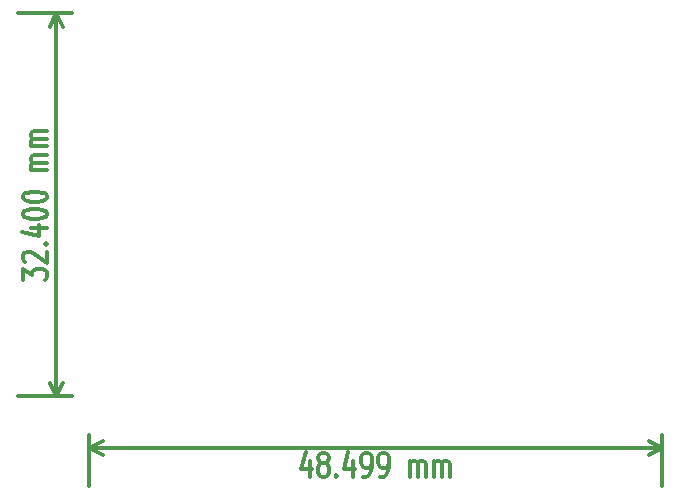
<source format=gbr>
G04 (created by PCBNEW-RS274X (2012-01-19 BZR 3256)-stable) date Fri 05 Oct 2012 12:09:18 PM NZDT*
G01*
G70*
G90*
%MOIN*%
G04 Gerber Fmt 3.4, Leading zero omitted, Abs format*
%FSLAX34Y34*%
G04 APERTURE LIST*
%ADD10C,0.006000*%
%ADD11C,0.012000*%
G04 APERTURE END LIST*
G54D10*
G54D11*
X27652Y-28808D02*
X27652Y-28437D01*
X27957Y-28637D01*
X27957Y-28551D01*
X27995Y-28494D01*
X28033Y-28465D01*
X28109Y-28437D01*
X28299Y-28437D01*
X28376Y-28465D01*
X28414Y-28494D01*
X28452Y-28551D01*
X28452Y-28723D01*
X28414Y-28780D01*
X28376Y-28808D01*
X27728Y-28209D02*
X27690Y-28180D01*
X27652Y-28123D01*
X27652Y-27980D01*
X27690Y-27923D01*
X27728Y-27894D01*
X27804Y-27866D01*
X27880Y-27866D01*
X27995Y-27894D01*
X28452Y-28237D01*
X28452Y-27866D01*
X28376Y-27609D02*
X28414Y-27581D01*
X28452Y-27609D01*
X28414Y-27638D01*
X28376Y-27609D01*
X28452Y-27609D01*
X27918Y-27066D02*
X28452Y-27066D01*
X27614Y-27209D02*
X28185Y-27352D01*
X28185Y-26980D01*
X27652Y-26638D02*
X27652Y-26581D01*
X27690Y-26524D01*
X27728Y-26495D01*
X27804Y-26466D01*
X27957Y-26438D01*
X28147Y-26438D01*
X28299Y-26466D01*
X28376Y-26495D01*
X28414Y-26524D01*
X28452Y-26581D01*
X28452Y-26638D01*
X28414Y-26695D01*
X28376Y-26724D01*
X28299Y-26752D01*
X28147Y-26781D01*
X27957Y-26781D01*
X27804Y-26752D01*
X27728Y-26724D01*
X27690Y-26695D01*
X27652Y-26638D01*
X27652Y-26067D02*
X27652Y-26010D01*
X27690Y-25953D01*
X27728Y-25924D01*
X27804Y-25895D01*
X27957Y-25867D01*
X28147Y-25867D01*
X28299Y-25895D01*
X28376Y-25924D01*
X28414Y-25953D01*
X28452Y-26010D01*
X28452Y-26067D01*
X28414Y-26124D01*
X28376Y-26153D01*
X28299Y-26181D01*
X28147Y-26210D01*
X27957Y-26210D01*
X27804Y-26181D01*
X27728Y-26153D01*
X27690Y-26124D01*
X27652Y-26067D01*
X28452Y-25153D02*
X27918Y-25153D01*
X27995Y-25153D02*
X27957Y-25125D01*
X27918Y-25067D01*
X27918Y-24982D01*
X27957Y-24925D01*
X28033Y-24896D01*
X28452Y-24896D01*
X28033Y-24896D02*
X27957Y-24867D01*
X27918Y-24810D01*
X27918Y-24725D01*
X27957Y-24667D01*
X28033Y-24639D01*
X28452Y-24639D01*
X28452Y-24353D02*
X27918Y-24353D01*
X27995Y-24353D02*
X27957Y-24325D01*
X27918Y-24267D01*
X27918Y-24182D01*
X27957Y-24125D01*
X28033Y-24096D01*
X28452Y-24096D01*
X28033Y-24096D02*
X27957Y-24067D01*
X27918Y-24010D01*
X27918Y-23925D01*
X27957Y-23867D01*
X28033Y-23839D01*
X28452Y-23839D01*
X28768Y-32673D02*
X28768Y-19917D01*
X29279Y-32673D02*
X27488Y-32673D01*
X29279Y-19917D02*
X27488Y-19917D01*
X28768Y-19917D02*
X28998Y-20360D01*
X28768Y-19917D02*
X28538Y-20360D01*
X28768Y-32673D02*
X28998Y-32230D01*
X28768Y-32673D02*
X28538Y-32230D01*
X37218Y-34834D02*
X37218Y-35368D01*
X37075Y-34530D02*
X36932Y-35101D01*
X37304Y-35101D01*
X37618Y-34911D02*
X37560Y-34873D01*
X37532Y-34834D01*
X37503Y-34758D01*
X37503Y-34720D01*
X37532Y-34644D01*
X37560Y-34606D01*
X37618Y-34568D01*
X37732Y-34568D01*
X37789Y-34606D01*
X37818Y-34644D01*
X37846Y-34720D01*
X37846Y-34758D01*
X37818Y-34834D01*
X37789Y-34873D01*
X37732Y-34911D01*
X37618Y-34911D01*
X37560Y-34949D01*
X37532Y-34987D01*
X37503Y-35063D01*
X37503Y-35215D01*
X37532Y-35292D01*
X37560Y-35330D01*
X37618Y-35368D01*
X37732Y-35368D01*
X37789Y-35330D01*
X37818Y-35292D01*
X37846Y-35215D01*
X37846Y-35063D01*
X37818Y-34987D01*
X37789Y-34949D01*
X37732Y-34911D01*
X38103Y-35292D02*
X38131Y-35330D01*
X38103Y-35368D01*
X38074Y-35330D01*
X38103Y-35292D01*
X38103Y-35368D01*
X38646Y-34834D02*
X38646Y-35368D01*
X38503Y-34530D02*
X38360Y-35101D01*
X38732Y-35101D01*
X38988Y-35368D02*
X39103Y-35368D01*
X39160Y-35330D01*
X39188Y-35292D01*
X39246Y-35177D01*
X39274Y-35025D01*
X39274Y-34720D01*
X39246Y-34644D01*
X39217Y-34606D01*
X39160Y-34568D01*
X39046Y-34568D01*
X38988Y-34606D01*
X38960Y-34644D01*
X38931Y-34720D01*
X38931Y-34911D01*
X38960Y-34987D01*
X38988Y-35025D01*
X39046Y-35063D01*
X39160Y-35063D01*
X39217Y-35025D01*
X39246Y-34987D01*
X39274Y-34911D01*
X39559Y-35368D02*
X39674Y-35368D01*
X39731Y-35330D01*
X39759Y-35292D01*
X39817Y-35177D01*
X39845Y-35025D01*
X39845Y-34720D01*
X39817Y-34644D01*
X39788Y-34606D01*
X39731Y-34568D01*
X39617Y-34568D01*
X39559Y-34606D01*
X39531Y-34644D01*
X39502Y-34720D01*
X39502Y-34911D01*
X39531Y-34987D01*
X39559Y-35025D01*
X39617Y-35063D01*
X39731Y-35063D01*
X39788Y-35025D01*
X39817Y-34987D01*
X39845Y-34911D01*
X40559Y-35368D02*
X40559Y-34834D01*
X40559Y-34911D02*
X40587Y-34873D01*
X40645Y-34834D01*
X40730Y-34834D01*
X40787Y-34873D01*
X40816Y-34949D01*
X40816Y-35368D01*
X40816Y-34949D02*
X40845Y-34873D01*
X40902Y-34834D01*
X40987Y-34834D01*
X41045Y-34873D01*
X41073Y-34949D01*
X41073Y-35368D01*
X41359Y-35368D02*
X41359Y-34834D01*
X41359Y-34911D02*
X41387Y-34873D01*
X41445Y-34834D01*
X41530Y-34834D01*
X41587Y-34873D01*
X41616Y-34949D01*
X41616Y-35368D01*
X41616Y-34949D02*
X41645Y-34873D01*
X41702Y-34834D01*
X41787Y-34834D01*
X41845Y-34873D01*
X41873Y-34949D01*
X41873Y-35368D01*
X29870Y-34404D02*
X48964Y-34404D01*
X29870Y-33972D02*
X29870Y-35684D01*
X48964Y-33972D02*
X48964Y-35684D01*
X48964Y-34404D02*
X48521Y-34634D01*
X48964Y-34404D02*
X48521Y-34174D01*
X29870Y-34404D02*
X30313Y-34634D01*
X29870Y-34404D02*
X30313Y-34174D01*
M02*

</source>
